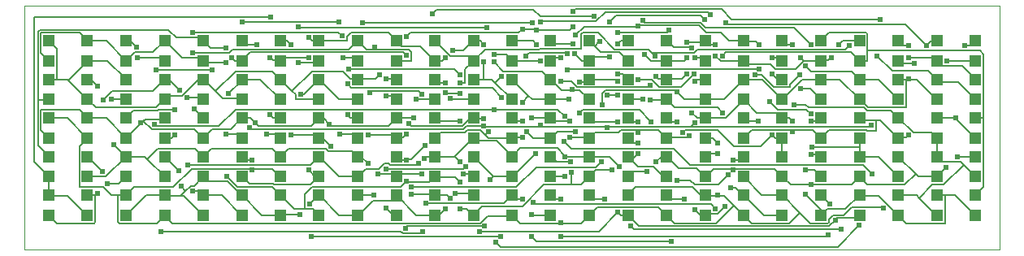
<source format=gtl>
G75*
G70*
%OFA0B0*%
%FSLAX24Y24*%
%IPPOS*%
%LPD*%
%AMOC8*
5,1,8,0,0,1.08239X$1,22.5*
%
%ADD10C,0.0000*%
%ADD11R,0.0472X0.0472*%
%ADD12C,0.0060*%
%ADD13C,0.0240*%
D10*
X000150Y000175D02*
X000150Y010175D01*
X040150Y010175D01*
X040150Y000175D01*
X000150Y000175D01*
D11*
X001150Y001595D03*
X002733Y001595D03*
X004317Y001595D03*
X005900Y001595D03*
X007483Y001595D03*
X009067Y001595D03*
X010650Y001595D03*
X012233Y001595D03*
X013817Y001595D03*
X015400Y001595D03*
X016983Y001595D03*
X018567Y001595D03*
X020150Y001595D03*
X021733Y001595D03*
X023317Y001595D03*
X024900Y001595D03*
X026483Y001595D03*
X028067Y001595D03*
X029650Y001595D03*
X031233Y001595D03*
X032817Y001595D03*
X034400Y001595D03*
X035983Y001595D03*
X037567Y001595D03*
X039150Y001595D03*
X039150Y002422D03*
X037567Y002422D03*
X035983Y002422D03*
X034400Y002422D03*
X032817Y002422D03*
X031233Y002422D03*
X029650Y002422D03*
X028067Y002422D03*
X026483Y002422D03*
X024900Y002422D03*
X023317Y002422D03*
X021733Y002422D03*
X020150Y002422D03*
X018567Y002422D03*
X016983Y002422D03*
X015400Y002422D03*
X013817Y002422D03*
X012233Y002422D03*
X010650Y002422D03*
X009067Y002422D03*
X007483Y002422D03*
X005900Y002422D03*
X004317Y002422D03*
X002733Y002422D03*
X001150Y002422D03*
X001150Y003178D03*
X002733Y003178D03*
X004317Y003178D03*
X005900Y003178D03*
X007483Y003178D03*
X009067Y003178D03*
X010650Y003178D03*
X012233Y003178D03*
X013817Y003178D03*
X015400Y003178D03*
X016983Y003178D03*
X018567Y003178D03*
X020150Y003178D03*
X021733Y003178D03*
X023317Y003178D03*
X024900Y003178D03*
X026483Y003178D03*
X028067Y003178D03*
X029650Y003178D03*
X031233Y003178D03*
X032817Y003178D03*
X034400Y003178D03*
X035983Y003178D03*
X037567Y003178D03*
X039150Y003178D03*
X039150Y004005D03*
X037567Y004005D03*
X035983Y004005D03*
X034400Y004005D03*
X032817Y004005D03*
X031233Y004005D03*
X029650Y004005D03*
X028067Y004005D03*
X026483Y004005D03*
X024900Y004005D03*
X023317Y004005D03*
X021733Y004005D03*
X020150Y004005D03*
X018567Y004005D03*
X016983Y004005D03*
X015400Y004005D03*
X013817Y004005D03*
X012233Y004005D03*
X010650Y004005D03*
X009067Y004005D03*
X007483Y004005D03*
X005900Y004005D03*
X004317Y004005D03*
X002733Y004005D03*
X001150Y004005D03*
X001150Y004762D03*
X002733Y004762D03*
X004317Y004762D03*
X005900Y004762D03*
X007483Y004762D03*
X009067Y004762D03*
X010650Y004762D03*
X012233Y004762D03*
X013817Y004762D03*
X015400Y004762D03*
X016983Y004762D03*
X018567Y004762D03*
X020150Y004762D03*
X021733Y004762D03*
X023317Y004762D03*
X024900Y004762D03*
X026483Y004762D03*
X028067Y004762D03*
X029650Y004762D03*
X031233Y004762D03*
X032817Y004762D03*
X034400Y004762D03*
X035983Y004762D03*
X037567Y004762D03*
X039150Y004762D03*
X039150Y005588D03*
X037567Y005588D03*
X035983Y005588D03*
X034400Y005588D03*
X032817Y005588D03*
X031233Y005588D03*
X029650Y005588D03*
X028067Y005588D03*
X026483Y005588D03*
X024900Y005588D03*
X023317Y005588D03*
X021733Y005588D03*
X020150Y005588D03*
X018567Y005588D03*
X016983Y005588D03*
X015400Y005588D03*
X013817Y005588D03*
X012233Y005588D03*
X010650Y005588D03*
X009067Y005588D03*
X007483Y005588D03*
X005900Y005588D03*
X004317Y005588D03*
X002733Y005588D03*
X001150Y005588D03*
X001150Y006345D03*
X002733Y006345D03*
X004317Y006345D03*
X005900Y006345D03*
X007483Y006345D03*
X009067Y006345D03*
X010650Y006345D03*
X012233Y006345D03*
X013817Y006345D03*
X015400Y006345D03*
X016983Y006345D03*
X018567Y006345D03*
X020150Y006345D03*
X021733Y006345D03*
X023317Y006345D03*
X024900Y006345D03*
X026483Y006345D03*
X028067Y006345D03*
X029650Y006345D03*
X031233Y006345D03*
X032817Y006345D03*
X034400Y006345D03*
X035983Y006345D03*
X037567Y006345D03*
X039150Y006345D03*
X039150Y007172D03*
X037567Y007172D03*
X035983Y007172D03*
X034400Y007172D03*
X032817Y007172D03*
X031233Y007172D03*
X029650Y007172D03*
X028067Y007172D03*
X026483Y007172D03*
X024900Y007172D03*
X023317Y007172D03*
X021733Y007172D03*
X020150Y007172D03*
X018567Y007172D03*
X016983Y007172D03*
X015400Y007172D03*
X013817Y007172D03*
X012233Y007172D03*
X010650Y007172D03*
X009067Y007172D03*
X007483Y007172D03*
X005900Y007172D03*
X004317Y007172D03*
X002733Y007172D03*
X001150Y007172D03*
X001150Y007928D03*
X002733Y007928D03*
X004317Y007928D03*
X005900Y007928D03*
X007483Y007928D03*
X009067Y007928D03*
X010650Y007928D03*
X012233Y007928D03*
X013817Y007928D03*
X015400Y007928D03*
X016983Y007928D03*
X018567Y007928D03*
X020150Y007928D03*
X021733Y007928D03*
X023317Y007928D03*
X024900Y007928D03*
X026483Y007928D03*
X028067Y007928D03*
X029650Y007928D03*
X031233Y007928D03*
X032817Y007928D03*
X034400Y007928D03*
X035983Y007928D03*
X037567Y007928D03*
X039150Y007928D03*
X039150Y008755D03*
X037567Y008755D03*
X035983Y008755D03*
X034400Y008755D03*
X032817Y008755D03*
X031233Y008755D03*
X029650Y008755D03*
X028067Y008755D03*
X026483Y008755D03*
X024900Y008755D03*
X023317Y008755D03*
X021733Y008755D03*
X020150Y008755D03*
X018567Y008755D03*
X016983Y008755D03*
X015400Y008755D03*
X013817Y008755D03*
X012233Y008755D03*
X010650Y008755D03*
X009067Y008755D03*
X007483Y008755D03*
X005900Y008755D03*
X004317Y008755D03*
X002733Y008755D03*
X001150Y008755D03*
D12*
X001150Y008755D01*
X001480Y008425D01*
X001480Y007165D01*
X001910Y007165D01*
X001940Y007135D01*
X001960Y007155D01*
X001970Y007155D01*
X002720Y007905D01*
X002733Y007928D01*
X002740Y007925D01*
X003560Y007925D01*
X004310Y007175D01*
X004317Y007172D01*
X003150Y006905D02*
X002890Y007165D01*
X002740Y007165D01*
X002733Y007172D01*
X001940Y007135D02*
X002730Y006345D01*
X002733Y006345D01*
X002760Y006335D01*
X003080Y006015D01*
X005550Y006015D01*
X005860Y006325D01*
X005880Y006325D01*
X005900Y006345D01*
X005900Y006345D01*
X006060Y006505D01*
X006620Y006505D01*
X007280Y007165D01*
X007480Y007165D01*
X007483Y007172D01*
X007500Y007145D01*
X007970Y006675D01*
X008800Y007505D01*
X010310Y007505D01*
X010630Y007185D01*
X010650Y007172D01*
X010650Y007165D01*
X011130Y006685D01*
X011950Y007505D01*
X013210Y007505D01*
X013530Y007185D01*
X013790Y007185D01*
X013817Y007172D01*
X013820Y007175D01*
X014540Y007175D01*
X014730Y007365D01*
X014980Y007185D02*
X015390Y007185D01*
X015400Y007175D01*
X015400Y007172D01*
X016300Y006705D02*
X014400Y006705D01*
X014310Y006615D01*
X014980Y006495D02*
X015250Y006495D01*
X015400Y006345D01*
X015400Y006345D01*
X016230Y006345D02*
X016980Y006345D01*
X016983Y006345D01*
X017610Y006395D02*
X017660Y006345D01*
X018560Y006345D01*
X018567Y006345D01*
X019340Y006825D02*
X019730Y006435D01*
X020150Y006345D02*
X020150Y006345D01*
X019460Y007035D01*
X019720Y007295D01*
X019730Y007295D01*
X019460Y007035D02*
X019330Y007165D01*
X018990Y007165D01*
X018990Y007895D01*
X018590Y007945D02*
X018567Y007928D01*
X018550Y007905D01*
X018220Y007575D01*
X018220Y007035D01*
X018030Y007035D01*
X017400Y007035D02*
X017120Y007035D01*
X016990Y007165D01*
X016983Y007172D01*
X017790Y007575D02*
X018010Y007355D01*
X017790Y007575D02*
X013440Y007575D01*
X013810Y007935D02*
X013817Y007928D01*
X013810Y007935D02*
X013680Y008065D01*
X013230Y008065D01*
X012233Y007928D02*
X012230Y007925D01*
X012160Y007855D01*
X011390Y007855D01*
X011810Y008065D02*
X010780Y008065D01*
X010650Y007935D01*
X010650Y007928D01*
X010630Y007955D01*
X010340Y007955D01*
X010230Y008065D01*
X009420Y008275D02*
X015690Y008275D01*
X015820Y008145D01*
X016030Y008285D02*
X016030Y007935D01*
X015400Y007935D01*
X015400Y007928D01*
X015910Y008405D02*
X016030Y008285D01*
X015910Y008405D02*
X014520Y008405D01*
X014520Y008485D01*
X014520Y008405D02*
X014170Y008405D01*
X013820Y008755D01*
X013817Y008755D01*
X013790Y008745D01*
X013440Y008395D01*
X008680Y008395D01*
X008540Y008255D01*
X007060Y008255D01*
X007370Y008045D02*
X006610Y008045D01*
X005900Y008755D01*
X005900Y008755D01*
X005880Y008735D01*
X005420Y008275D01*
X004670Y008275D01*
X004340Y007945D01*
X004317Y007928D01*
X004310Y007935D01*
X003500Y008745D01*
X002760Y008745D01*
X002733Y008755D01*
X002730Y008765D01*
X002410Y009085D01*
X000820Y009085D01*
X000820Y008265D01*
X001150Y007935D01*
X001150Y007928D01*
X001150Y007172D02*
X001150Y007165D01*
X001480Y007165D01*
X003380Y006315D02*
X003740Y006675D01*
X005410Y006675D01*
X005880Y007145D01*
X005900Y007172D01*
X005900Y007165D01*
X006080Y007165D01*
X006530Y006715D01*
X006830Y006415D02*
X007410Y006415D01*
X007480Y006345D01*
X007483Y006345D01*
X007970Y006675D02*
X008270Y006375D01*
X009030Y006375D01*
X009060Y006345D01*
X009067Y006345D01*
X008520Y006585D02*
X009070Y007135D01*
X009067Y007172D01*
X009070Y007165D01*
X009830Y007165D01*
X010650Y006345D01*
X010650Y006345D01*
X011270Y006345D02*
X012230Y006345D01*
X012233Y006345D01*
X011610Y006555D02*
X011480Y006555D01*
X011610Y006555D02*
X012210Y007155D01*
X012233Y007172D01*
X012240Y007165D01*
X013060Y006345D01*
X013810Y006345D01*
X013817Y006345D01*
X013560Y006825D02*
X019340Y006825D01*
X018990Y007165D02*
X018570Y007165D01*
X018567Y007172D01*
X019400Y007885D02*
X019780Y007505D01*
X021390Y007505D01*
X021710Y007185D01*
X021733Y007172D01*
X021740Y007165D01*
X022180Y006725D01*
X022600Y006725D01*
X022600Y006765D01*
X022600Y006725D02*
X022930Y006725D01*
X023310Y006345D01*
X023317Y006345D01*
X023850Y006125D02*
X023850Y006605D01*
X023970Y006725D01*
X026820Y006725D01*
X026900Y006645D01*
X027200Y006345D01*
X028060Y006345D01*
X028067Y006345D01*
X028090Y006355D01*
X028840Y006355D01*
X029650Y007165D01*
X029650Y007172D01*
X029670Y007145D01*
X030420Y007145D01*
X031210Y006355D01*
X031233Y006345D01*
X031240Y006345D01*
X032060Y007165D01*
X032810Y007165D01*
X032817Y007172D01*
X032840Y007155D01*
X033590Y007155D01*
X034400Y006345D01*
X034400Y006345D01*
X034420Y006325D01*
X034440Y006325D01*
X034750Y006015D01*
X036310Y006015D01*
X036310Y007145D01*
X036400Y007185D01*
X036400Y007165D01*
X036740Y007165D01*
X037560Y006345D01*
X037567Y006345D01*
X038440Y007055D02*
X039150Y006345D01*
X039150Y006345D01*
X039150Y005588D02*
X039150Y005585D01*
X039480Y005585D01*
X039480Y008205D01*
X039340Y008345D01*
X034730Y008345D01*
X034730Y009025D01*
X034670Y009085D01*
X033140Y009085D01*
X032820Y008765D01*
X032817Y008755D01*
X032400Y008605D02*
X031710Y009295D01*
X028090Y009295D01*
X027880Y009505D01*
X025590Y009505D01*
X025500Y009595D01*
X025360Y009385D02*
X027830Y009385D01*
X028130Y009085D01*
X028730Y009085D01*
X029060Y008755D01*
X029650Y008755D01*
X029650Y008755D01*
X029670Y008735D01*
X030150Y008735D01*
X030280Y008605D01*
X031233Y008755D02*
X031240Y008755D01*
X031390Y008605D01*
X031650Y008605D01*
X031100Y008065D02*
X030810Y008065D01*
X031100Y008065D02*
X031230Y007935D01*
X031233Y007928D01*
X030960Y007595D02*
X030750Y007805D01*
X029770Y007805D01*
X029650Y007925D01*
X029650Y007928D01*
X029630Y007925D01*
X028700Y007925D01*
X028490Y008135D01*
X028790Y008135D02*
X028930Y008275D01*
X034060Y008275D01*
X034380Y007955D01*
X034400Y007928D01*
X034400Y007935D01*
X034730Y007935D01*
X034730Y008345D01*
X035130Y008135D02*
X035740Y007525D01*
X037210Y007525D01*
X037560Y007175D01*
X037567Y007172D01*
X037590Y007155D01*
X037690Y007055D01*
X038440Y007055D01*
X038600Y007725D02*
X039150Y007175D01*
X039150Y007172D01*
X038600Y007725D02*
X037770Y007725D01*
X037570Y007925D01*
X037567Y007928D01*
X037540Y007935D01*
X037430Y008045D01*
X036420Y008045D01*
X036080Y007835D02*
X035990Y007925D01*
X035983Y007928D01*
X036080Y007835D02*
X036640Y007835D01*
X037990Y007935D02*
X039150Y007935D01*
X039150Y007928D01*
X038950Y008555D02*
X038730Y008555D01*
X038950Y008555D02*
X039150Y008755D01*
X039150Y008755D01*
X037567Y008755D02*
X037560Y008755D01*
X037350Y008755D01*
X037150Y008555D01*
X036290Y009415D01*
X029010Y009415D01*
X028920Y009505D01*
X029160Y009625D02*
X035250Y009625D01*
X035983Y008755D02*
X035990Y008755D01*
X036190Y008555D01*
X036400Y008555D01*
X034400Y008755D02*
X034400Y008755D01*
X033710Y008755D01*
X033560Y008605D01*
X033830Y008395D02*
X033980Y008545D01*
X033830Y008395D02*
X027750Y008395D01*
X027610Y008255D01*
X025930Y008255D01*
X025910Y008235D01*
X026010Y008135D01*
X025910Y008235D02*
X025740Y008405D01*
X024360Y008405D01*
X023680Y009085D01*
X023040Y009085D01*
X022970Y009015D01*
X022970Y008425D01*
X021270Y008425D01*
X021240Y008395D01*
X019040Y008395D01*
X018590Y007945D01*
X018567Y007928D02*
X018560Y007935D01*
X018360Y008135D01*
X017610Y008135D01*
X016990Y008755D01*
X016983Y008755D01*
X016390Y008525D02*
X016980Y007935D01*
X016983Y007928D01*
X017010Y007935D01*
X017290Y007935D01*
X017400Y008045D01*
X017700Y008345D02*
X018140Y008345D01*
X018540Y008745D01*
X018567Y008755D01*
X018570Y008755D01*
X018840Y008755D01*
X018990Y008605D01*
X020150Y008755D02*
X020150Y008755D01*
X021000Y008755D01*
X021150Y008605D01*
X021733Y008755D02*
X021740Y008755D01*
X021860Y008635D01*
X022640Y008635D01*
X023317Y008755D02*
X023320Y008755D01*
X023540Y008535D01*
X023730Y008725D01*
X023740Y008725D01*
X023540Y008535D02*
X023790Y008285D01*
X024550Y008285D01*
X024900Y007935D01*
X024900Y007928D01*
X024160Y008075D02*
X023460Y008075D01*
X023320Y007935D01*
X023317Y007928D01*
X023290Y007935D01*
X023000Y007935D01*
X022720Y008215D01*
X022410Y008215D02*
X022370Y008255D01*
X020860Y008255D01*
X020730Y008125D01*
X020170Y007915D02*
X020150Y007928D01*
X020150Y007935D01*
X019900Y008185D01*
X019400Y008185D01*
X020170Y007915D02*
X021310Y007915D01*
X021733Y007928D02*
X021740Y007935D01*
X021850Y008045D01*
X022150Y008045D01*
X022470Y007595D02*
X030290Y007595D01*
X030960Y007595D02*
X031770Y007595D01*
X032100Y007925D01*
X031980Y008045D01*
X032100Y007925D02*
X032810Y007925D01*
X032817Y007928D01*
X032840Y007945D01*
X033120Y007945D01*
X033240Y008065D01*
X032400Y007505D02*
X032190Y007715D01*
X032400Y007505D02*
X034070Y007505D01*
X034400Y007175D01*
X034400Y007172D01*
X034420Y007155D01*
X035170Y007155D01*
X035980Y006345D01*
X035983Y006345D01*
X035670Y005895D02*
X034700Y005895D01*
X034580Y006015D01*
X032300Y006015D01*
X032190Y006125D01*
X031710Y006125D01*
X032230Y005915D02*
X031060Y005915D01*
X030720Y006255D01*
X030190Y005795D02*
X029670Y006315D01*
X029650Y006345D01*
X029650Y006335D01*
X028900Y005585D01*
X028070Y005585D01*
X028067Y005588D01*
X028040Y005595D01*
X027740Y005595D01*
X027530Y005805D01*
X026800Y006015D02*
X026500Y006315D01*
X026483Y006345D01*
X026480Y006335D01*
X025810Y006335D01*
X025510Y006345D02*
X024900Y006345D01*
X024900Y006345D01*
X024480Y006515D02*
X024060Y006515D01*
X022820Y006845D02*
X022570Y007095D01*
X022150Y007095D01*
X022820Y006845D02*
X025710Y006845D01*
X025800Y006935D01*
X025890Y007145D02*
X026190Y006845D01*
X026760Y006845D01*
X026770Y006855D01*
X027080Y006855D01*
X027610Y007385D01*
X027310Y007385D02*
X027110Y007185D01*
X026510Y007185D01*
X026483Y007172D01*
X026480Y007175D01*
X026160Y007175D01*
X026060Y007275D01*
X025890Y007145D02*
X025320Y007145D01*
X024900Y007172D02*
X024900Y007175D01*
X024690Y007385D01*
X024480Y007385D01*
X024410Y007155D02*
X023340Y007155D01*
X023317Y007172D01*
X023310Y007165D01*
X023210Y007065D01*
X022900Y007065D01*
X024410Y007155D02*
X024480Y007085D01*
X022470Y007595D02*
X022420Y007545D01*
X020830Y006485D02*
X020150Y007165D01*
X020150Y007172D01*
X018030Y006605D02*
X017410Y006605D01*
X017400Y006615D01*
X016450Y006555D02*
X016300Y006705D01*
X013560Y006825D02*
X013400Y006985D01*
X011270Y006545D02*
X011270Y006345D01*
X011270Y006545D02*
X011130Y006685D01*
X008810Y005935D02*
X019400Y005935D01*
X019400Y005915D01*
X019400Y005935D02*
X022030Y005935D01*
X022300Y005665D01*
X022900Y005775D02*
X023040Y005915D01*
X025370Y005915D01*
X025860Y005425D01*
X025320Y005425D02*
X025060Y005425D01*
X024900Y005585D01*
X024900Y005588D01*
X024480Y005425D02*
X023480Y005425D01*
X023320Y005585D01*
X023317Y005588D01*
X022510Y005445D02*
X021880Y005445D01*
X021740Y005585D01*
X021733Y005588D01*
X021710Y005585D01*
X020960Y005585D01*
X020570Y005445D02*
X020290Y005445D01*
X020150Y005585D01*
X020150Y005588D01*
X021250Y005235D02*
X019010Y005235D01*
X018980Y005265D01*
X018960Y005245D01*
X018280Y005245D01*
X018160Y005125D01*
X009440Y005125D01*
X009390Y005175D01*
X009600Y005395D02*
X009740Y005255D01*
X011900Y005255D01*
X012230Y005585D01*
X012233Y005588D01*
X012260Y005575D01*
X012410Y005575D01*
X012650Y005335D01*
X012730Y005255D01*
X015070Y005255D01*
X015400Y005585D01*
X015400Y005588D01*
X015420Y005585D01*
X016120Y005585D01*
X015910Y005365D02*
X016020Y005255D01*
X018120Y005255D01*
X018440Y005575D01*
X018540Y005575D01*
X018567Y005588D01*
X018570Y005585D01*
X018590Y005565D01*
X018990Y005565D01*
X018030Y005465D02*
X017110Y005465D01*
X016990Y005585D01*
X016983Y005588D01*
X018210Y005005D02*
X018300Y005095D01*
X018850Y005095D01*
X019060Y004885D01*
X019190Y005015D01*
X019060Y004885D02*
X019180Y004765D01*
X020150Y004765D01*
X020150Y004762D01*
X020170Y004775D01*
X020570Y004775D01*
X020750Y005025D02*
X021010Y004765D01*
X021730Y004765D01*
X021733Y004762D01*
X021760Y004775D01*
X022010Y005025D01*
X022740Y005025D01*
X022850Y005215D02*
X022830Y005235D01*
X021290Y005235D01*
X021310Y005295D01*
X021250Y005235D01*
X022850Y005215D02*
X024060Y005215D01*
X024060Y005195D01*
X024060Y005215D02*
X027460Y005215D01*
X027500Y005255D01*
X027520Y005235D01*
X034840Y005235D01*
X034880Y005275D01*
X034670Y005095D02*
X033160Y005095D01*
X032840Y004775D01*
X032817Y004762D01*
X032810Y004765D01*
X032480Y005095D01*
X031650Y005095D01*
X031650Y005025D01*
X031650Y005095D02*
X029980Y005095D01*
X029650Y004765D01*
X029650Y004762D01*
X029240Y004435D02*
X028580Y005095D01*
X027240Y005095D01*
X027150Y005005D01*
X027350Y004775D02*
X027430Y004855D01*
X027350Y004775D02*
X026510Y004775D01*
X026483Y004762D01*
X026480Y004765D01*
X026150Y005095D01*
X025320Y005095D01*
X025320Y005005D01*
X025320Y005095D02*
X024630Y005095D01*
X024520Y004985D01*
X023540Y004985D01*
X023320Y004765D01*
X023317Y004762D01*
X023290Y004775D01*
X022560Y004775D01*
X022530Y004805D01*
X022270Y004635D02*
X022570Y004335D01*
X026770Y004335D01*
X027450Y003655D01*
X034540Y003655D01*
X034900Y003295D01*
X034730Y002845D02*
X034420Y003155D01*
X034400Y003178D01*
X034400Y003175D01*
X034070Y002845D01*
X032400Y002845D01*
X032400Y002865D01*
X032400Y002845D02*
X031580Y002845D01*
X031260Y003165D01*
X031233Y003178D01*
X031230Y003185D01*
X030910Y003505D01*
X029230Y003505D01*
X029230Y003445D01*
X029230Y003505D02*
X028400Y003505D01*
X028090Y003195D01*
X028067Y003178D01*
X028060Y003185D01*
X027710Y003535D01*
X026970Y003535D01*
X026510Y003995D01*
X026483Y004005D01*
X026480Y004005D01*
X026290Y004005D01*
X026060Y003775D01*
X025940Y003595D02*
X025310Y003595D01*
X024900Y004005D01*
X024900Y004005D01*
X025070Y003875D01*
X025320Y004125D01*
X024560Y003575D02*
X024140Y003995D01*
X023340Y003995D01*
X023317Y004005D01*
X023310Y004005D01*
X022340Y004005D01*
X022320Y003985D01*
X022320Y004025D01*
X022000Y004345D01*
X020480Y004345D01*
X020170Y004035D01*
X020150Y004005D01*
X020150Y004015D01*
X019520Y004645D01*
X018490Y004645D01*
X018567Y004762D01*
X018560Y004755D01*
X017830Y004025D01*
X017830Y004005D01*
X016990Y004005D01*
X016983Y004005D01*
X016960Y003995D01*
X016640Y003995D01*
X016560Y003915D01*
X016330Y003715D02*
X016260Y003645D01*
X015160Y003645D01*
X015090Y003715D01*
X014900Y003715D01*
X014690Y003505D01*
X014150Y003505D01*
X013840Y003195D01*
X013817Y003178D01*
X013810Y003185D01*
X013060Y003185D01*
X012240Y004005D01*
X012233Y004005D01*
X012210Y003995D01*
X011870Y003655D01*
X006850Y003655D01*
X007000Y003505D02*
X006250Y002755D01*
X004660Y002755D01*
X004340Y002435D01*
X004317Y002422D01*
X004310Y002415D01*
X003990Y002415D01*
X003970Y002435D01*
X003700Y002435D01*
X003380Y002755D01*
X002400Y002755D01*
X002400Y004415D01*
X002720Y004735D01*
X002733Y004762D01*
X002730Y004765D01*
X001910Y005585D01*
X001150Y005585D01*
X001150Y005588D01*
X000820Y005915D02*
X002410Y005915D01*
X002730Y005595D01*
X002733Y005588D01*
X002760Y005575D01*
X003500Y005575D01*
X004310Y004765D01*
X004317Y004762D01*
X004340Y004775D01*
X004920Y005355D01*
X004900Y005375D01*
X004920Y005355D02*
X005030Y005465D01*
X005380Y005115D01*
X007120Y005115D01*
X007460Y004775D01*
X007483Y004762D01*
X007490Y004765D01*
X007860Y005135D01*
X008610Y005135D01*
X009060Y005585D01*
X009067Y005588D01*
X009090Y005575D01*
X009420Y005575D01*
X009600Y005395D01*
X010230Y005725D02*
X010360Y005595D01*
X010650Y005595D01*
X010650Y005588D01*
X008810Y005935D02*
X008130Y005255D01*
X005550Y005255D01*
X005480Y005325D01*
X005850Y005535D02*
X005100Y005535D01*
X005030Y005465D01*
X004620Y005895D02*
X004320Y005595D01*
X004317Y005588D01*
X004620Y005895D02*
X005600Y005895D01*
X005630Y005925D01*
X006300Y005925D01*
X007130Y005965D02*
X007480Y005615D01*
X007480Y005595D01*
X007483Y005588D01*
X005900Y005585D02*
X005900Y005588D01*
X005900Y005585D02*
X005850Y005535D01*
X006320Y004905D02*
X006180Y004765D01*
X005900Y004765D01*
X005900Y004762D01*
X005630Y004335D02*
X005190Y003895D01*
X005900Y003185D01*
X005900Y003178D01*
X006480Y003425D02*
X005900Y004005D01*
X005900Y004005D01*
X005190Y003895D02*
X005090Y003995D01*
X004340Y003995D01*
X004317Y004005D01*
X004290Y004025D01*
X003830Y004485D01*
X004310Y004005D02*
X004317Y004005D01*
X004310Y004005D02*
X003480Y003175D01*
X002740Y003175D01*
X002733Y003178D01*
X003360Y003385D02*
X002740Y004005D01*
X002733Y004005D01*
X001150Y004015D02*
X001150Y004005D01*
X001150Y004015D02*
X000700Y004465D01*
X000700Y006335D01*
X000700Y009135D01*
X000770Y009205D01*
X006050Y009205D01*
X006370Y008885D01*
X007340Y008885D01*
X007460Y008765D01*
X007483Y008755D01*
X007490Y008755D01*
X007780Y008465D01*
X008430Y008465D01*
X009070Y008755D02*
X009220Y008605D01*
X009690Y008605D01*
X009070Y008755D02*
X009067Y008755D01*
X009420Y008275D02*
X009090Y007945D01*
X009067Y007928D01*
X009060Y007935D01*
X008780Y007935D01*
X008650Y008065D01*
X008430Y007855D02*
X007570Y007855D01*
X007510Y007915D01*
X007483Y007928D01*
X007480Y007935D01*
X007370Y008045D01*
X007860Y007555D02*
X005540Y007555D01*
X005900Y007928D02*
X005900Y007935D01*
X005770Y008065D01*
X004770Y008065D01*
X004740Y008485D02*
X004470Y008755D01*
X004320Y008755D01*
X004317Y008755D01*
X007060Y009095D02*
X007070Y009105D01*
X013030Y009105D01*
X013170Y008965D01*
X013380Y008925D02*
X013540Y009085D01*
X015070Y009085D01*
X015380Y008775D01*
X015400Y008755D01*
X015400Y008755D01*
X015630Y008525D01*
X016390Y008525D01*
X015990Y009085D02*
X015820Y008915D01*
X015990Y009085D02*
X020420Y009085D01*
X020570Y009235D01*
X021090Y009235D01*
X021150Y009175D01*
X021160Y009205D01*
X022510Y009205D01*
X022640Y009335D01*
X022760Y008975D02*
X023100Y009315D01*
X025290Y009315D01*
X025320Y009345D01*
X025360Y009385D01*
X024480Y009105D02*
X026520Y009105D01*
X026590Y009175D01*
X026490Y008755D02*
X026483Y008755D01*
X026490Y008755D02*
X026770Y008475D01*
X027510Y008475D01*
X027520Y008465D01*
X028070Y008755D02*
X028220Y008605D01*
X028490Y008605D01*
X028070Y008755D02*
X028067Y008755D01*
X028040Y008745D01*
X027980Y008685D01*
X027310Y008685D01*
X025860Y007925D02*
X025590Y008195D01*
X025860Y007925D02*
X026480Y007925D01*
X026483Y007928D01*
X026510Y007935D01*
X027200Y007935D01*
X027310Y008045D01*
X027650Y008045D02*
X027950Y008045D01*
X028060Y007935D01*
X028067Y007928D01*
X030100Y007355D02*
X030380Y007355D01*
X030890Y006845D01*
X031560Y006845D01*
X031560Y006965D01*
X031950Y007355D01*
X031233Y007172D02*
X031230Y007175D01*
X031020Y007175D01*
X030810Y007385D01*
X031980Y006785D02*
X032370Y006785D01*
X032810Y006345D01*
X032817Y006345D01*
X032230Y005915D02*
X032400Y005745D01*
X032670Y005445D02*
X032810Y005585D01*
X032817Y005588D01*
X032670Y005445D02*
X032400Y005445D01*
X031650Y005445D02*
X031520Y005575D01*
X031260Y005575D01*
X031233Y005588D01*
X031230Y005595D01*
X031030Y005795D01*
X030190Y005795D01*
X029790Y005445D02*
X029650Y005585D01*
X029650Y005588D01*
X029790Y005445D02*
X030250Y005445D01*
X028790Y005795D02*
X028570Y006015D01*
X026800Y006015D01*
X026490Y005585D02*
X026483Y005588D01*
X026490Y005585D02*
X026650Y005425D01*
X026900Y005425D01*
X027500Y005255D02*
X027640Y005395D01*
X028067Y004762D02*
X028070Y004755D01*
X028380Y004755D01*
X028580Y004555D01*
X029240Y004435D02*
X030360Y004435D01*
X030810Y004885D01*
X030940Y004755D01*
X031200Y004755D01*
X031233Y004762D01*
X031230Y004755D01*
X031230Y004015D01*
X031233Y004005D01*
X032400Y004085D02*
X032740Y004085D01*
X032810Y004015D01*
X032817Y004005D01*
X032460Y004385D02*
X034400Y004385D01*
X034400Y004005D01*
X034420Y003985D01*
X035180Y003985D01*
X035980Y003185D01*
X035983Y003178D01*
X036250Y002845D02*
X036700Y003295D01*
X035990Y004005D01*
X035983Y004005D01*
X037567Y004005D02*
X037590Y003985D01*
X037780Y003795D01*
X038540Y003795D01*
X038670Y003665D01*
X037850Y002845D01*
X037390Y002845D01*
X036850Y002305D01*
X037560Y001595D01*
X037567Y001595D01*
X037900Y001265D02*
X036330Y001265D01*
X036010Y001585D01*
X035983Y001595D01*
X035980Y001595D01*
X035180Y002395D01*
X034420Y002395D01*
X034400Y002422D01*
X034400Y002415D01*
X033830Y001845D01*
X033070Y001845D01*
X032820Y001595D01*
X032817Y001595D01*
X032910Y001725D01*
X032190Y002445D01*
X032817Y002422D02*
X032820Y002415D01*
X033180Y002055D01*
X033750Y001595D02*
X034080Y001925D01*
X035340Y001925D01*
X035390Y001875D01*
X034400Y001595D02*
X034400Y001585D01*
X034290Y001475D01*
X033490Y001475D01*
X033400Y001385D01*
X033160Y001145D01*
X025350Y001145D01*
X024920Y001575D01*
X024900Y001595D01*
X024900Y001595D01*
X024600Y001595D01*
X024480Y001715D01*
X023700Y000935D01*
X018800Y000935D01*
X019020Y001145D02*
X015860Y001145D01*
X015770Y001055D01*
X015590Y000935D02*
X015680Y000845D01*
X016400Y000845D01*
X016490Y000935D01*
X015590Y000935D02*
X005760Y000935D01*
X005580Y001265D02*
X004040Y001265D01*
X003990Y001315D01*
X003990Y002415D01*
X003150Y002505D02*
X003060Y002415D01*
X002740Y002415D01*
X002733Y002422D01*
X003060Y002415D02*
X003060Y001315D01*
X003010Y001265D01*
X001470Y001265D01*
X001150Y001585D01*
X001150Y001595D01*
X001920Y002405D02*
X002730Y001595D01*
X002733Y001595D01*
X004317Y001595D02*
X004320Y001595D01*
X005140Y002415D01*
X005900Y002415D01*
X005900Y002422D01*
X005920Y002395D01*
X006590Y002395D01*
X006590Y002415D01*
X006760Y002585D01*
X006570Y002775D01*
X006760Y002585D02*
X006970Y002795D01*
X007100Y002795D01*
X007480Y003175D01*
X007483Y003178D01*
X007340Y002995D01*
X008480Y002995D01*
X009040Y002435D01*
X009067Y002422D01*
X009070Y002415D01*
X009890Y001595D01*
X010650Y001595D01*
X010650Y001595D01*
X010670Y001615D01*
X010690Y001635D01*
X011440Y001635D01*
X011650Y001845D02*
X011220Y001845D01*
X010650Y002415D01*
X010650Y002422D01*
X010630Y002435D01*
X010620Y002435D01*
X010300Y002755D01*
X008890Y002755D01*
X008440Y003205D01*
X009067Y003178D02*
X009070Y003175D01*
X009370Y002875D01*
X010350Y002875D01*
X010380Y002845D01*
X011880Y002845D01*
X012210Y003175D01*
X012230Y003175D01*
X012233Y003178D01*
X012130Y003135D01*
X011820Y003445D01*
X011810Y003445D01*
X010650Y003185D02*
X010650Y003178D01*
X010650Y003185D02*
X010330Y003505D01*
X009490Y003505D01*
X009490Y003445D01*
X009490Y003505D02*
X007000Y003505D01*
X007483Y004005D02*
X007500Y004035D01*
X007800Y004335D01*
X010330Y004335D01*
X010650Y004015D01*
X010650Y004005D01*
X010670Y004035D01*
X010970Y004335D01*
X012510Y004335D01*
X012620Y004225D01*
X013580Y004225D01*
X013790Y004015D01*
X013817Y004005D01*
X013820Y004005D01*
X013950Y004005D01*
X014240Y003715D01*
X014990Y003505D02*
X018160Y003505D01*
X018240Y003585D01*
X018030Y003805D02*
X017830Y004005D01*
X018567Y004005D02*
X018570Y004005D01*
X019390Y003185D01*
X019260Y003055D01*
X019390Y003185D02*
X020150Y003185D01*
X020150Y003178D01*
X020170Y003205D01*
X021100Y004135D01*
X021733Y004005D02*
X021740Y004005D01*
X021970Y003775D01*
X022540Y003775D01*
X023580Y003565D02*
X021140Y003565D01*
X020330Y002755D01*
X016040Y002755D01*
X016030Y002745D01*
X015780Y002955D02*
X015580Y002755D01*
X011960Y002755D01*
X011650Y002445D01*
X011650Y001845D01*
X011980Y001845D01*
X012230Y001595D01*
X012233Y001595D01*
X012240Y002415D02*
X013060Y001595D01*
X013810Y001595D01*
X013817Y001595D01*
X013840Y001605D01*
X014440Y002205D01*
X015570Y002205D01*
X015400Y002422D01*
X015400Y002415D01*
X016220Y001595D01*
X016980Y001595D01*
X016983Y001595D01*
X017010Y001605D01*
X017140Y001605D01*
X017400Y001865D01*
X018030Y001865D02*
X018280Y001865D01*
X018540Y001605D01*
X018567Y001595D01*
X018570Y001595D01*
X018930Y001955D01*
X020570Y001955D01*
X021460Y002845D01*
X022570Y002845D01*
X022570Y003355D01*
X022320Y003175D02*
X021740Y003175D01*
X021733Y003178D01*
X022570Y002845D02*
X022980Y002845D01*
X023310Y003175D01*
X023317Y003178D01*
X023340Y003195D01*
X023590Y003445D01*
X024260Y003445D01*
X023800Y003785D02*
X023580Y003565D01*
X024900Y003185D02*
X024900Y003178D01*
X024900Y003185D02*
X025100Y003385D01*
X025670Y003385D01*
X025940Y003595D02*
X026350Y003185D01*
X026480Y003185D01*
X026483Y003178D01*
X026900Y003035D02*
X027450Y003035D01*
X027640Y002845D01*
X028600Y002845D01*
X029000Y003245D01*
X029650Y003175D02*
X029650Y003178D01*
X029650Y003175D02*
X030390Y002435D01*
X031210Y002435D01*
X031233Y002422D01*
X031240Y002415D01*
X031950Y001705D01*
X031510Y001265D01*
X029980Y001265D01*
X029670Y001575D01*
X029650Y001595D01*
X029650Y001595D01*
X029240Y002005D01*
X028500Y001265D01*
X026830Y001265D01*
X026510Y001585D01*
X026483Y001595D01*
X026480Y001595D01*
X026150Y001925D01*
X023650Y001925D01*
X023340Y001615D01*
X023317Y001595D01*
X023310Y001585D01*
X022990Y001265D01*
X022150Y001265D01*
X022150Y001285D01*
X022150Y001265D02*
X020470Y001265D01*
X020150Y001585D01*
X020150Y001595D01*
X020130Y001565D01*
X019140Y001565D01*
X018840Y001265D01*
X006220Y001265D01*
X005920Y001565D01*
X005900Y001595D01*
X005900Y001585D01*
X005580Y001265D01*
X006680Y002395D02*
X007480Y001595D01*
X007483Y001595D01*
X008240Y002415D02*
X009060Y001595D01*
X009067Y001595D01*
X006680Y002395D02*
X006590Y002395D01*
X007060Y002585D02*
X007310Y002585D01*
X007460Y002435D01*
X007483Y002422D01*
X007490Y002415D01*
X008240Y002415D01*
X011860Y002055D02*
X012210Y002405D01*
X012233Y002422D01*
X012240Y002415D01*
X013817Y002422D02*
X013820Y002415D01*
X014470Y002415D01*
X016030Y002445D02*
X016960Y002445D01*
X016980Y002425D01*
X016983Y002422D01*
X017010Y002415D01*
X017480Y002415D01*
X017610Y002285D01*
X017830Y002495D02*
X018490Y002495D01*
X018560Y002425D01*
X018567Y002422D01*
X019810Y002075D02*
X020130Y002395D01*
X020150Y002422D01*
X020150Y002415D01*
X020310Y002255D01*
X020570Y002255D01*
X021030Y002115D02*
X021100Y002045D01*
X028310Y002045D01*
X028490Y001865D01*
X028580Y001655D02*
X028870Y001945D01*
X029240Y002005D02*
X028840Y002405D01*
X028580Y002405D01*
X028580Y002425D01*
X028580Y002405D02*
X028090Y002405D01*
X028067Y002422D01*
X028060Y002425D01*
X027890Y002425D01*
X027560Y002755D01*
X025230Y002755D01*
X024900Y002425D01*
X024900Y002422D01*
X023940Y002255D02*
X023480Y002255D01*
X023320Y002415D01*
X023317Y002422D01*
X022150Y002255D02*
X021900Y002255D01*
X021740Y002415D01*
X021733Y002422D01*
X019810Y002075D02*
X016600Y002075D01*
X015400Y001595D02*
X015290Y001595D01*
X014980Y001905D01*
X015400Y001595D02*
X015400Y001595D01*
X011910Y000725D02*
X019680Y000725D01*
X019470Y000505D02*
X019670Y000305D01*
X033520Y000305D01*
X034390Y001175D01*
X033640Y001025D02*
X025160Y001025D01*
X025020Y001165D01*
X027650Y001835D02*
X027890Y001595D01*
X028060Y001595D01*
X028067Y001595D01*
X028090Y001605D01*
X028140Y001655D01*
X028580Y001655D01*
X029650Y002415D02*
X030470Y001595D01*
X031230Y001595D01*
X031233Y001595D01*
X031950Y001705D02*
X032390Y001265D01*
X033090Y001265D01*
X033130Y001305D01*
X033150Y001305D01*
X033150Y001435D01*
X033310Y001595D01*
X033750Y001595D01*
X033120Y000805D02*
X033040Y000725D01*
X022150Y000725D01*
X021150Y000515D02*
X026680Y000515D01*
X021733Y001595D02*
X021730Y001595D01*
X020970Y001595D01*
X020940Y001625D01*
X020940Y000725D02*
X021150Y000515D01*
X026490Y002415D02*
X026650Y002255D01*
X027230Y002255D01*
X026490Y002415D02*
X026483Y002422D01*
X029120Y002735D02*
X029330Y002735D01*
X029630Y002435D01*
X029650Y002422D01*
X029650Y002415D01*
X032550Y003445D02*
X032810Y003185D01*
X032817Y003178D01*
X032550Y003445D02*
X032190Y003445D01*
X029650Y004005D02*
X029650Y004005D01*
X029510Y003865D01*
X029230Y003865D01*
X028580Y004135D02*
X028190Y004135D01*
X028070Y004015D01*
X028067Y004005D01*
X025320Y004545D02*
X025110Y004545D01*
X024900Y004755D01*
X024900Y004762D01*
X020830Y006485D02*
X020570Y006225D01*
X020830Y006485D02*
X020970Y006345D01*
X021730Y006345D01*
X021733Y006345D01*
X021760Y006355D01*
X022490Y006355D01*
X018210Y005005D02*
X017230Y005005D01*
X016990Y004765D01*
X016983Y004762D01*
X016570Y004445D02*
X016000Y003875D01*
X015840Y003875D01*
X015820Y003855D01*
X015550Y003855D01*
X015400Y004005D01*
X015400Y004005D01*
X015290Y003295D02*
X014660Y003295D01*
X015290Y003295D02*
X015400Y003185D01*
X015400Y003178D01*
X015420Y003205D01*
X015510Y003295D01*
X016450Y003295D01*
X016760Y002955D02*
X016980Y003175D01*
X016983Y003178D01*
X017010Y003165D01*
X017830Y003165D01*
X018030Y002965D01*
X018460Y003285D02*
X018560Y003185D01*
X018567Y003178D01*
X018460Y003285D02*
X018150Y003285D01*
X016760Y002955D02*
X015820Y002955D01*
X015820Y002975D01*
X015820Y002955D02*
X015780Y002955D01*
X012710Y004435D02*
X012390Y004755D01*
X012260Y004755D01*
X012233Y004762D01*
X012230Y004765D01*
X012110Y004885D01*
X011070Y004885D01*
X010650Y004765D02*
X010650Y004762D01*
X010650Y004765D02*
X010500Y004915D01*
X010080Y004915D01*
X009067Y004762D02*
X009060Y004765D01*
X008900Y004925D01*
X008430Y004925D01*
X007480Y004015D02*
X007160Y004335D01*
X005630Y004335D01*
X007480Y004015D02*
X007483Y004005D01*
X009067Y004005D02*
X009070Y004005D01*
X009210Y003865D01*
X009490Y003865D01*
X013070Y004915D02*
X013660Y004915D01*
X013810Y004765D01*
X013817Y004762D01*
X014240Y004885D02*
X015280Y004885D01*
X015400Y004765D01*
X015400Y004762D01*
X015420Y004785D01*
X015690Y004785D01*
X015820Y004915D01*
X013817Y005588D02*
X013810Y005595D01*
X013530Y005595D01*
X013400Y005725D01*
X004317Y006345D02*
X004310Y006345D01*
X003710Y006345D01*
X001150Y006335D02*
X001150Y006345D01*
X001150Y006335D02*
X000700Y006335D01*
X000820Y005915D02*
X000820Y005095D01*
X001150Y004765D01*
X001150Y004762D01*
X000560Y003785D02*
X000560Y009735D01*
X010250Y009735D01*
X009080Y009525D02*
X013060Y009525D01*
X014000Y009505D02*
X020990Y009505D01*
X021310Y009535D02*
X021320Y009545D01*
X023590Y009545D01*
X023970Y009925D01*
X028190Y009925D01*
X028280Y009835D01*
X028050Y009635D02*
X027880Y009805D01*
X024420Y009805D01*
X024140Y009525D01*
X023500Y009755D02*
X023490Y009745D01*
X021300Y009745D01*
X021010Y010035D01*
X017060Y010035D01*
X016890Y009865D01*
X019110Y009295D02*
X011410Y009295D01*
X011390Y009315D01*
X011810Y008895D02*
X011940Y008765D01*
X012230Y008765D01*
X012233Y008755D01*
X012260Y008755D01*
X013380Y008755D01*
X013380Y008925D01*
X011070Y008605D02*
X010920Y008755D01*
X010650Y008755D01*
X010650Y008755D01*
X022660Y009955D02*
X022750Y010045D01*
X028740Y010045D01*
X029160Y009625D01*
X024900Y008755D02*
X024900Y008755D01*
X024620Y008755D01*
X024480Y008615D01*
X027650Y007085D02*
X027730Y007165D01*
X028060Y007165D01*
X028067Y007172D01*
X034400Y005585D02*
X034400Y005588D01*
X034400Y005585D02*
X034500Y005485D01*
X035090Y005485D01*
X035090Y005065D01*
X034700Y005065D01*
X034670Y005095D01*
X034400Y004762D02*
X034400Y004385D01*
X035260Y005485D02*
X035980Y004765D01*
X035983Y004762D01*
X036010Y004775D01*
X036300Y004775D01*
X036400Y004875D01*
X036600Y004975D02*
X037340Y004975D01*
X037540Y004775D01*
X037567Y004762D01*
X037570Y004755D01*
X037570Y004015D01*
X037567Y004005D01*
X038400Y004005D02*
X039150Y004005D01*
X039150Y004005D01*
X038670Y003665D02*
X039150Y003185D01*
X039150Y003178D01*
X037940Y003545D02*
X037590Y003195D01*
X037567Y003178D01*
X037560Y003185D01*
X036810Y003185D01*
X036700Y003295D01*
X036250Y002845D02*
X034730Y002845D01*
X035983Y002422D02*
X035990Y002415D01*
X036740Y002415D01*
X036850Y002305D01*
X037567Y002422D02*
X037570Y002415D01*
X037900Y002415D01*
X037900Y001265D01*
X038330Y002415D02*
X039150Y001595D01*
X039150Y001595D01*
X039150Y002422D02*
X039150Y002425D01*
X039480Y002755D01*
X039480Y005585D01*
X039150Y004765D02*
X038330Y005585D01*
X038350Y005605D01*
X038330Y005585D02*
X037570Y005585D01*
X037567Y005588D01*
X036600Y004975D02*
X035990Y005585D01*
X035983Y005588D01*
X035960Y005605D01*
X035670Y005895D01*
X035260Y005485D02*
X035090Y005485D01*
X039150Y004765D02*
X039150Y004762D01*
X038330Y002415D02*
X037900Y002415D01*
X036400Y007165D02*
X035990Y007165D01*
X035983Y007172D01*
X004317Y003178D02*
X004310Y003175D01*
X004030Y002895D01*
X003540Y002895D01*
X001920Y002405D02*
X001170Y002405D01*
X001150Y002422D01*
X001150Y003178D01*
X001140Y003205D01*
X000560Y003785D01*
D13*
X003360Y003385D03*
X003540Y002895D03*
X003150Y002505D03*
X006570Y002775D03*
X007060Y002585D03*
X008440Y003205D03*
X009490Y003445D03*
X009490Y003865D03*
X011810Y003445D03*
X014240Y003715D03*
X014990Y003505D03*
X014660Y003295D03*
X015820Y002975D03*
X016030Y002745D03*
X016030Y002445D03*
X016600Y002075D03*
X017400Y001865D03*
X018030Y001865D03*
X017610Y002285D03*
X017830Y002495D03*
X018030Y002965D03*
X018150Y003285D03*
X019260Y003055D03*
X018240Y003585D03*
X018030Y003805D03*
X016560Y003915D03*
X016330Y003715D03*
X015820Y003855D03*
X016450Y003295D03*
X014470Y002415D03*
X014980Y001905D03*
X015770Y001055D03*
X016490Y000935D03*
X018800Y000935D03*
X019020Y001145D03*
X019680Y000725D03*
X019470Y000505D03*
X020940Y000725D03*
X022150Y000725D03*
X022150Y001285D03*
X020940Y001625D03*
X021030Y002115D03*
X020570Y002255D03*
X022150Y002255D03*
X023940Y002255D03*
X024480Y001715D03*
X025020Y001165D03*
X027650Y001835D03*
X028490Y001865D03*
X028870Y001945D03*
X027230Y002255D03*
X028580Y002425D03*
X029120Y002735D03*
X029000Y003245D03*
X029230Y003445D03*
X029230Y003865D03*
X028580Y004135D03*
X028580Y004555D03*
X027430Y004855D03*
X027150Y005005D03*
X026900Y005425D03*
X027640Y005395D03*
X027530Y005805D03*
X028790Y005795D03*
X030250Y005445D03*
X031650Y005445D03*
X032400Y005445D03*
X032400Y005745D03*
X031710Y006125D03*
X030720Y006255D03*
X031980Y006785D03*
X031950Y007355D03*
X032190Y007715D03*
X031980Y008045D03*
X030810Y008065D03*
X030290Y007595D03*
X030100Y007355D03*
X030810Y007385D03*
X028790Y008135D03*
X028490Y008135D03*
X027650Y008045D03*
X027310Y008045D03*
X026010Y008135D03*
X025590Y008195D03*
X024480Y008615D03*
X023740Y008725D03*
X022760Y008975D03*
X022640Y008635D03*
X022720Y008215D03*
X022410Y008215D03*
X022150Y008045D03*
X021310Y007915D03*
X020730Y008125D03*
X019400Y008185D03*
X019400Y007885D03*
X018990Y007895D03*
X017700Y008345D03*
X017400Y008045D03*
X015820Y008145D03*
X014520Y008485D03*
X013230Y008065D03*
X011810Y008065D03*
X011390Y007855D03*
X010230Y008065D03*
X008650Y008065D03*
X008430Y007855D03*
X007860Y007555D03*
X007060Y008255D03*
X008430Y008465D03*
X009690Y008605D03*
X011070Y008605D03*
X011810Y008895D03*
X013170Y008965D03*
X011390Y009315D03*
X010250Y009735D03*
X009080Y009525D03*
X007060Y009095D03*
X004740Y008485D03*
X004770Y008065D03*
X005540Y007555D03*
X003150Y006905D03*
X003380Y006315D03*
X003710Y006345D03*
X006300Y005925D03*
X007130Y005965D03*
X006830Y006415D03*
X006530Y006715D03*
X008520Y006585D03*
X011480Y006555D03*
X013400Y006985D03*
X014310Y006615D03*
X014980Y006495D03*
X016230Y006345D03*
X016450Y006555D03*
X017400Y006615D03*
X018030Y006605D03*
X017610Y006395D03*
X019400Y005915D03*
X018990Y005565D03*
X018980Y005265D03*
X019190Y005015D03*
X020570Y004775D03*
X020750Y005025D03*
X021310Y005295D03*
X020570Y005445D03*
X020960Y005585D03*
X022300Y005665D03*
X022900Y005775D03*
X022510Y005445D03*
X022740Y005025D03*
X022530Y004805D03*
X022270Y004635D03*
X021100Y004135D03*
X022320Y003985D03*
X022540Y003775D03*
X022570Y003355D03*
X022320Y003175D03*
X024260Y003445D03*
X024560Y003575D03*
X023800Y003785D03*
X025320Y004125D03*
X026060Y003775D03*
X025670Y003385D03*
X026900Y003035D03*
X032190Y003445D03*
X032400Y002865D03*
X032190Y002445D03*
X033180Y002055D03*
X035390Y001875D03*
X033400Y001385D03*
X034390Y001175D03*
X033640Y001025D03*
X033120Y000805D03*
X026680Y000515D03*
X034900Y003295D03*
X032400Y004085D03*
X032460Y004385D03*
X030810Y004885D03*
X031650Y005025D03*
X034880Y005275D03*
X036400Y004875D03*
X038350Y005605D03*
X038400Y004005D03*
X037940Y003545D03*
X026900Y006645D03*
X025810Y006335D03*
X025510Y006345D03*
X024480Y006515D03*
X024060Y006515D03*
X022600Y006765D03*
X022900Y007065D03*
X022150Y007095D03*
X022420Y007545D03*
X024160Y008075D03*
X024480Y007385D03*
X025320Y007145D03*
X025800Y006935D03*
X026060Y007275D03*
X027310Y007385D03*
X027610Y007385D03*
X027650Y007085D03*
X024480Y007085D03*
X022490Y006355D03*
X023850Y006125D03*
X024480Y005425D03*
X024060Y005195D03*
X025320Y005005D03*
X025320Y005425D03*
X025860Y005425D03*
X025320Y004545D03*
X020570Y006225D03*
X019730Y006435D03*
X018030Y007035D03*
X017400Y007035D03*
X018010Y007355D03*
X019730Y007295D03*
X014980Y007185D03*
X014730Y007365D03*
X013440Y007575D03*
X015820Y008915D03*
X014000Y009505D03*
X013060Y009525D03*
X016890Y009865D03*
X019110Y009295D03*
X020570Y009235D03*
X021150Y009175D03*
X020990Y009505D03*
X021310Y009535D03*
X022640Y009335D03*
X024140Y009525D03*
X023500Y009755D03*
X022660Y009955D03*
X025320Y009345D03*
X025500Y009595D03*
X024480Y009105D03*
X026590Y009175D03*
X027310Y008685D03*
X027520Y008465D03*
X028490Y008605D03*
X030280Y008605D03*
X031650Y008605D03*
X032400Y008605D03*
X033560Y008605D03*
X033980Y008545D03*
X033240Y008065D03*
X035130Y008135D03*
X036420Y008045D03*
X036640Y007835D03*
X037990Y007935D03*
X038730Y008555D03*
X037150Y008555D03*
X036400Y008555D03*
X035250Y009625D03*
X028920Y009505D03*
X028050Y009635D03*
X028280Y009835D03*
X021150Y008605D03*
X018990Y008605D03*
X013400Y005725D03*
X012650Y005335D03*
X013070Y004915D03*
X014240Y004885D03*
X015820Y004915D03*
X016570Y004445D03*
X015910Y005365D03*
X016120Y005585D03*
X018030Y005465D03*
X012710Y004435D03*
X011070Y004885D03*
X010080Y004915D03*
X009390Y005175D03*
X009600Y005395D03*
X010230Y005725D03*
X008430Y004925D03*
X006320Y004905D03*
X005480Y005325D03*
X004900Y005375D03*
X003830Y004485D03*
X006850Y003655D03*
X006480Y003425D03*
X011860Y002055D03*
X011440Y001635D03*
X011910Y000725D03*
X005760Y000935D03*
X036400Y007185D03*
M02*

</source>
